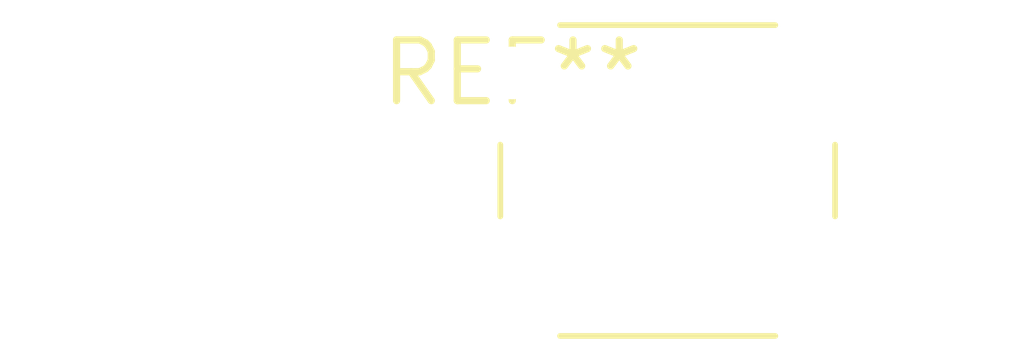
<source format=kicad_pcb>
(kicad_pcb (version 20240108) (generator pcbnew)
  (layers (0 "F.Cu" signal) (31 "B.Cu" signal) (34 "B.Paste" user) (35 "F.Paste" user) (36 "B.SilkS" user "B.Silkscreen") (37 "F.SilkS" user "F.Silkscreen") (38 "B.Mask" user) (39 "F.Mask" user) (44 "Edge.Cuts" user))
  (net 0 "")
  (footprint "SW_PUSH_6mm_H8mm" (layer "F.Cu") (at 0 0)
    (property "Reference" "REF**")
    (property "Value" "SW_PUSH_6mm_H8mm")
    (fp_line (start -0.25 1.5) (end -0.25 3) (layer "F.SilkS") (stroke (width 0.12)))
    (fp_line (start 1 5.5) (end 5.5 5.5) (layer "F.SilkS") (stroke (width 0.12)))
    (fp_line (start 5.5 -1) (end 1 -1) (layer "F.SilkS") (stroke (width 0.12)))
    (fp_line (start 6.75 3) (end 6.75 1.5) (layer "F.SilkS") (stroke (width 0.12)))
    (pad "1" thru_hole circle (at 0 0 90) (size 2 2) (drill 1.1) (layers *.Cu *.Mask) (remove_unused_layers))
    (pad "1" thru_hole circle (at 6.5 0 90) (size 2 2) (drill 1.1) (layers *.Cu *.Mask) (remove_unused_layers))
    (pad "2" thru_hole circle (at 0 4.5 90) (size 2 2) (drill 1.1) (layers *.Cu *.Mask) (remove_unused_layers))
    (pad "2" thru_hole circle (at 6.5 4.5 90) (size 2 2) (drill 1.1) (layers *.Cu *.Mask) (remove_unused_layers))
  )
)
</source>
